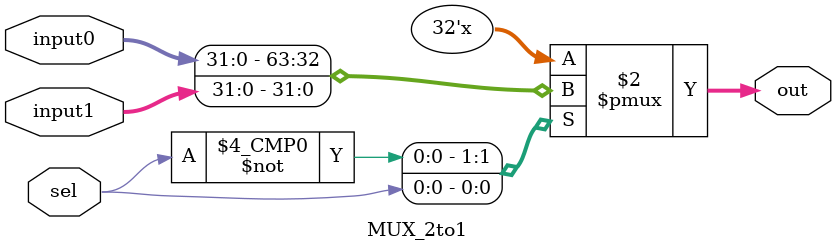
<source format=v>
module MUX_2to1 #(parameter size = 32)(
    //inputs & output ports
    input      [size-1:0] input0,
    input      [size-1:0] input1,
    input                 sel,
    output reg [size-1:0] out
);
    always @(*) begin
        
        case (sel)
            1'd0:  out = input0;
            1'd1:  out = input1;
            default: out = {size{1'b0}};
        endcase

    end

endmodule
</source>
